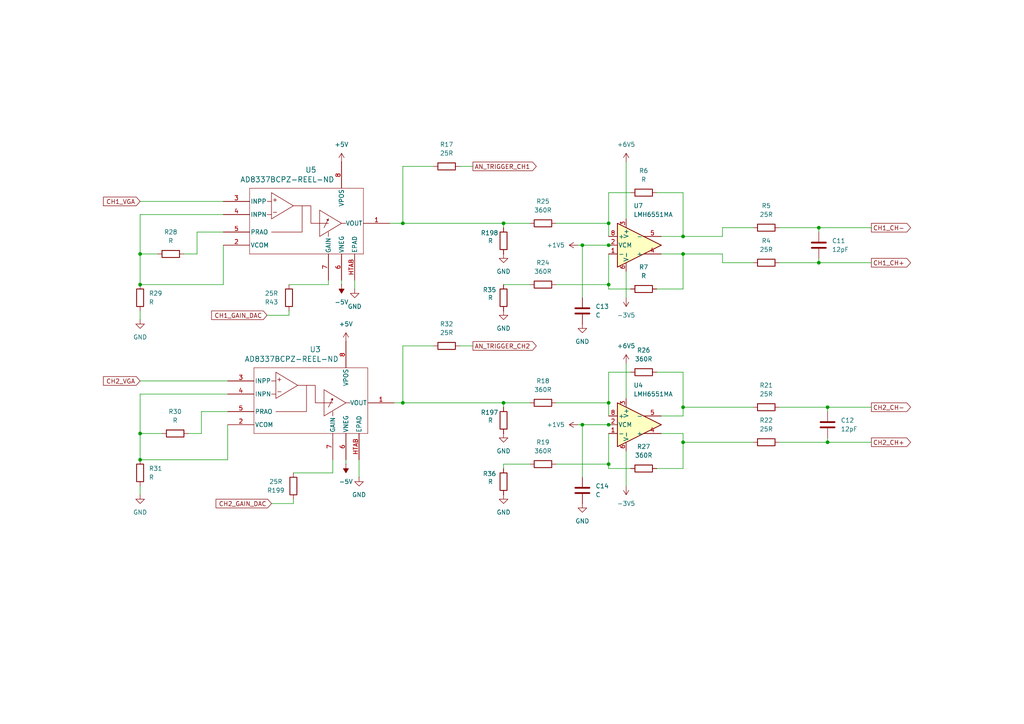
<source format=kicad_sch>
(kicad_sch (version 20250114) (generator "eeschema") (generator_version "9.0")
  (paper "A4")
  (lib_symbols
    (symbol "+2v5:+6V5" (power) (pin_names (offset 0))
      (property "Value" "+6V5" (at 0 3.556 0))
      (symbol "+6V5_0_1"
        (polyline (pts (xy -0.762 1.27) (xy 0 2.54)))
        (polyline (pts (xy 0 2.54) (xy 0.762 1.27)))
        (polyline (pts (xy 0 0) (xy 0 2.54)))
      )
      (symbol "+6V5_1_1"
        (pin power_in line (at 0 0 90) (length 0) (hide yes) (name "+2V5") (number "1"))
      )
    )
    (symbol "+2v5:-3V5" (power) (pin_names (offset 0))
      (property "Value" "-3V5" (at 0 3.556 0))
      (symbol "-3V5_0_1"
        (polyline (pts (xy -0.762 1.27) (xy 0 2.54)))
        (polyline (pts (xy 0 2.54) (xy 0.762 1.27)))
        (polyline (pts (xy 0 0) (xy 0 2.54)))
      )
      (symbol "-3V5_1_1"
        (pin power_in line (at 0 0 90) (length 0) (hide yes) (name "+2V5") (number "1"))
      )
    )
    (symbol "AD8337BCPZ-REEL-ND_1" (pin_names (offset 0.254))
      (property "Reference" "U5" (at 0 15.494 0))
      (property "Value" "AD8337BCPZ-REEL-ND" (at -6.858 12.7 0))
      (symbol "AD8337BCPZ-REEL-ND_1_0_1"
        (polyline (pts (xy -17.78 10.16) (xy -17.78 -8.89)) (stroke (width 0.127)))
        (polyline (pts (xy -17.78 -8.89) (xy 15.24 -8.89)) (stroke (width 0.127)))
        (polyline (pts (xy 15.24 10.16) (xy -17.78 10.16)) (stroke (width 0.127)))
        (polyline (pts (xy 15.24 -8.89) (xy 15.24 10.16)) (stroke (width 0.127)))
        (pin input line (at -25.4 6.35 0) (length 7.62) (name "INPP") (number "3"))
        (pin input line (at -25.4 2.54 0) (length 7.62) (name "INPN") (number "4"))
        (pin output line (at -25.4 -2.54 0) (length 7.62) (name "PRAO") (number "5"))
        (pin power_in line (at -25.4 -6.35 0) (length 7.62) (name "VCOM") (number "2"))
        (pin input line (at 5.08 -16.51 90) (length 7.62) (name "GAIN") (number "7"))
        (pin power_in line (at 8.89 17.78 270) (length 7.62) (name "VPOS") (number "8"))
        (pin power_in line (at 8.89 -16.51 90) (length 7.62) (name "VNEG") (number "6"))
        (pin unspecified line (at 12.7 -16.51 90) (length 7.62) (name "EPAD") (number "HTAB"))
        (pin output line (at 22.86 0 180) (length 7.62) (name "VOUT") (number "1"))
      )
      (symbol "AD8337BCPZ-REEL-ND_1_1_1"
        (polyline (pts (xy -17.78 -2.54) (xy -17.78 -2.54)))
        (polyline (pts (xy -11.43 8.89) (xy -11.43 1.27) (xy -5.08 5.08) (xy -11.43 8.89)))
        (polyline (pts (xy -11.43 6.35) (xy -12.7 6.35)))
        (polyline (pts (xy -11.43 2.54) (xy -12.7 2.54)))
        (polyline (pts (xy -2.54 5.08) (xy -2.54 -2.54) (xy -11.43 -2.54)))
        (polyline (pts (xy 2.54 3.81) (xy 2.54 -3.81) (xy 8.89 0) (xy 2.54 3.81)))
        (polyline (pts (xy 3.81 -1.27) (xy 5.08 1.27)))
        (polyline (pts (xy 5.08 0.762) (xy 5.08 1.27) (xy 4.572 1.016) (xy 5.08 0.762)) (fill (type color)))
        (polyline (pts (xy 5.08 0) (xy 0 0) (xy 0 5.08) (xy -5.08 5.08)))
        (polyline (pts (xy 5.08 -2.54) (xy 5.08 -3.81)))
        (polyline (pts (xy 10.16 0) (xy 8.89 0)))
        (text "+" (at -10.414 6.858 0) (effects (font (size 1.27 1.27))))
        (text "-" (at -10.414 3.302 0) (effects (font (size 1.27 1.27))))
      )
    )
    (symbol "Amplifier_Operational:LMH6551MA" (pin_names (offset 0.254))
      (property "Reference" "U" (at 3.81 6.35 0))
      (property "Value" "LMH6551MA" (at 3.81 -5.08 0))
      (symbol "LMH6551MA_0_1"
        (circle (center 2.54 2.54) (radius 0.0001))
        (polyline (pts (xy 7.62 0) (xy -5.08 6.35) (xy -5.08 -6.35) (xy 7.62 0)) (stroke (width 0.254)) (fill (type background)))
      )
      (symbol "LMH6551MA_1_1"
        (pin input line (at -7.62 2.54 0) (length 2.54) (name "+") (number "8"))
        (pin input line (at -7.62 0 0) (length 2.54) (name "VCM") (number "2"))
        (pin input line (at -7.62 -2.54 0) (length 2.54) (name "-") (number "1"))
        (pin power_in line (at -2.54 7.62 270) (length 2.54) (name "V+") (number "3"))
        (pin power_in line (at -2.54 -7.62 90) (length 2.54) (name "V-") (number "6"))
        (pin no_connect line (at 5.08 0 180) (length 2.54) (hide yes) (name "NC") (number "7"))
        (pin output line (at 7.62 2.54 180) (length 5.08) (name "-") (number "5"))
        (pin output line (at 7.62 -2.54 180) (length 5.08) (name "+") (number "4"))
      )
    )
    (symbol "Device:C" (pin_numbers (hide yes)) (pin_names (offset 0.254))
      (property "Reference" "C" (at 0.635 2.54 0))
      (property "Value" "C" (at 0.635 -2.54 0))
      (symbol "C_0_1"
        (polyline (pts (xy -2.032 0.762) (xy 2.032 0.762)) (stroke (width 0.508)))
        (polyline (pts (xy -2.032 -0.762) (xy 2.032 -0.762)) (stroke (width 0.508)))
      )
      (symbol "C_1_1"
        (pin passive line (at 0 3.81 270) (length 2.794) (name "~") (number "1"))
        (pin passive line (at 0 -3.81 90) (length 2.794) (name "~") (number "2"))
      )
    )
    (symbol "Device:R" (pin_numbers (hide yes)) (pin_names (offset 0))
      (property "Reference" "R" (at 2.032 0 90))
      (property "Value" "R" (at 0 0 90))
      (symbol "R_0_1"
        (rectangle (start -1.016 -2.54) (end 1.016 2.54) (stroke (width 0.254)))
      )
      (symbol "R_1_1"
        (pin passive line (at 0 3.81 270) (length 1.27) (name "~") (number "1"))
        (pin passive line (at 0 -3.81 90) (length 1.27) (name "~") (number "2"))
      )
    )
    (symbol "power:+1V5" (power) (pin_numbers (hide yes)) (pin_names (offset 0) (hide yes))
      (property "Value" "+1V5" (at 0 3.556 0))
      (symbol "+1V5_0_1"
        (polyline (pts (xy -0.762 1.27) (xy 0 2.54)))
        (polyline (pts (xy 0 2.54) (xy 0.762 1.27)))
        (polyline (pts (xy 0 0) (xy 0 2.54)))
      )
      (symbol "+1V5_1_1"
        (pin power_in line (at 0 0 90) (length 0) (name "~") (number "1"))
      )
    )
    (symbol "power:+5V" (power) (pin_numbers (hide yes)) (pin_names (offset 0) (hide yes))
      (property "Value" "+5V" (at 0 3.556 0))
      (symbol "+5V_0_1"
        (polyline (pts (xy -0.762 1.27) (xy 0 2.54)))
        (polyline (pts (xy 0 2.54) (xy 0.762 1.27)))
        (polyline (pts (xy 0 0) (xy 0 2.54)))
      )
      (symbol "+5V_1_1"
        (pin power_in line (at 0 0 90) (length 0) (name "~") (number "1"))
      )
    )
    (symbol "power:-5V" (power) (pin_numbers (hide yes)) (pin_names (offset 0) (hide yes))
      (property "Value" "-5V" (at 0 3.556 0))
      (symbol "-5V_0_0"
        (pin power_in line (at 0 0 90) (length 0) (name "~") (number "1"))
      )
      (symbol "-5V_0_1"
        (polyline (pts (xy 0 0) (xy 0 1.27) (xy 0.762 1.27) (xy 0 2.54) (xy -0.762 1.27) (xy 0 1.27)) (fill (type outline)))
      )
    )
    (symbol "power:GND" (power) (pin_numbers (hide yes)) (pin_names (offset 0) (hide yes))
      (property "Value" "GND" (at 0 -3.81 0))
      (symbol "GND_0_1"
        (polyline (pts (xy 0 0) (xy 0 -1.27) (xy 1.27 -1.27) (xy 0 -2.54) (xy -1.27 -1.27) (xy 0 -1.27)))
      )
      (symbol "GND_1_1"
        (pin power_in line (at 0 0 270) (length 0) (name "~") (number "1"))
      )
    )
  )
  (junction (at 168.91 71.12))
  (junction (at 40.64 125.73))
  (junction (at 116.84 116.84))
  (junction (at 40.64 82.55))
  (junction (at 240.03 128.27))
  (junction (at 146.05 64.77))
  (junction (at 116.84 64.77))
  (junction (at 176.53 134.62))
  (junction (at 176.53 116.84))
  (junction (at 240.03 118.11))
  (junction (at 40.64 133.35))
  (junction (at 176.53 64.77))
  (junction (at 176.53 82.55))
  (junction (at 176.53 123.19))
  (junction (at 198.12 68.58))
  (junction (at 198.12 128.27))
  (junction (at 198.12 73.66))
  (junction (at 237.49 66.04))
  (junction (at 40.64 73.66))
  (junction (at 237.49 76.2))
  (junction (at 176.53 71.12))
  (junction (at 198.12 118.11))
  (junction (at 146.05 116.84))
  (junction (at 168.91 123.19))
  (wire (pts (xy 190.5 107.95) (xy 198.12 107.95)))
  (wire (pts (xy 114.3 116.84) (xy 116.84 116.84)))
  (wire (pts (xy 168.91 71.12) (xy 168.91 86.36)))
  (wire (pts (xy 116.84 116.84) (xy 146.05 116.84)))
  (wire (pts (xy 181.61 46.99) (xy 181.61 63.5)))
  (wire (pts (xy 40.64 110.49) (xy 66.04 110.49)))
  (wire (pts (xy 167.64 123.19) (xy 168.91 123.19)))
  (wire (pts (xy 198.12 68.58) (xy 209.55 68.58)))
  (wire (pts (xy 104.14 133.35) (xy 104.14 138.43)))
  (wire (pts (xy 240.03 118.11) (xy 252.73 118.11)))
  (wire (pts (xy 168.91 123.19) (xy 168.91 138.43)))
  (wire (pts (xy 190.5 55.88) (xy 198.12 55.88)))
  (wire (pts (xy 167.64 71.12) (xy 168.91 71.12)))
  (wire (pts (xy 181.61 78.74) (xy 181.61 86.36)))
  (wire (pts (xy 237.49 76.2) (xy 237.49 74.93)))
  (wire (pts (xy 46.99 125.73) (xy 40.64 125.73)))
  (wire (pts (xy 116.84 64.77) (xy 146.05 64.77)))
  (wire (pts (xy 40.64 114.3) (xy 40.64 125.73)))
  (wire (pts (xy 181.61 130.81) (xy 181.61 140.97)))
  (wire (pts (xy 237.49 66.04) (xy 252.73 66.04)))
  (wire (pts (xy 176.53 82.55) (xy 176.53 83.82)))
  (wire (pts (xy 133.35 100.33) (xy 137.16 100.33)))
  (wire (pts (xy 209.55 66.04) (xy 218.44 66.04)))
  (wire (pts (xy 226.06 128.27) (xy 240.03 128.27)))
  (wire (pts (xy 240.03 118.11) (xy 240.03 119.38)))
  (wire (pts (xy 198.12 73.66) (xy 198.12 83.82)))
  (wire (pts (xy 66.04 133.35) (xy 40.64 133.35)))
  (wire (pts (xy 198.12 128.27) (xy 218.44 128.27)))
  (wire (pts (xy 99.06 81.28) (xy 99.06 82.55)))
  (wire (pts (xy 176.53 64.77) (xy 176.53 55.88)))
  (wire (pts (xy 176.53 123.19) (xy 177.8 123.19)))
  (wire (pts (xy 125.73 48.26) (xy 116.84 48.26)))
  (wire (pts (xy 64.77 62.23) (xy 40.64 62.23)))
  (wire (pts (xy 40.64 73.66) (xy 40.64 82.55)))
  (wire (pts (xy 161.29 64.77) (xy 176.53 64.77)))
  (wire (pts (xy 64.77 82.55) (xy 40.64 82.55)))
  (wire (pts (xy 176.53 73.66) (xy 176.53 82.55)))
  (wire (pts (xy 226.06 76.2) (xy 237.49 76.2)))
  (wire (pts (xy 66.04 114.3) (xy 40.64 114.3)))
  (wire (pts (xy 85.09 144.78) (xy 85.09 146.05)))
  (wire (pts (xy 237.49 66.04) (xy 226.06 66.04)))
  (wire (pts (xy 176.53 71.12) (xy 168.91 71.12)))
  (wire (pts (xy 198.12 118.11) (xy 198.12 120.65)))
  (wire (pts (xy 191.77 125.73) (xy 198.12 125.73)))
  (wire (pts (xy 146.05 64.77) (xy 153.67 64.77)))
  (wire (pts (xy 40.64 58.42) (xy 64.77 58.42)))
  (wire (pts (xy 176.53 55.88) (xy 182.88 55.88)))
  (wire (pts (xy 176.53 134.62) (xy 176.53 135.89)))
  (wire (pts (xy 40.64 62.23) (xy 40.64 73.66)))
  (wire (pts (xy 96.52 133.35) (xy 96.52 137.16)))
  (wire (pts (xy 191.77 68.58) (xy 198.12 68.58)))
  (wire (pts (xy 85.09 146.05) (xy 78.74 146.05)))
  (wire (pts (xy 198.12 55.88) (xy 198.12 68.58)))
  (wire (pts (xy 191.77 73.66) (xy 198.12 73.66)))
  (wire (pts (xy 240.03 128.27) (xy 240.03 127)))
  (wire (pts (xy 182.88 135.89) (xy 176.53 135.89)))
  (wire (pts (xy 209.55 76.2) (xy 209.55 73.66)))
  (wire (pts (xy 240.03 128.27) (xy 252.73 128.27)))
  (wire (pts (xy 237.49 76.2) (xy 252.73 76.2)))
  (wire (pts (xy 53.34 73.66) (xy 57.15 73.66)))
  (wire (pts (xy 176.53 107.95) (xy 182.88 107.95)))
  (wire (pts (xy 146.05 116.84) (xy 153.67 116.84)))
  (wire (pts (xy 146.05 134.62) (xy 153.67 134.62)))
  (wire (pts (xy 181.61 105.41) (xy 181.61 115.57)))
  (wire (pts (xy 40.64 125.73) (xy 40.64 133.35)))
  (wire (pts (xy 133.35 48.26) (xy 137.16 48.26)))
  (wire (pts (xy 182.88 83.82) (xy 176.53 83.82)))
  (wire (pts (xy 83.82 90.17) (xy 83.82 91.44)))
  (wire (pts (xy 146.05 82.55) (xy 153.67 82.55)))
  (wire (pts (xy 54.61 125.73) (xy 58.42 125.73)))
  (wire (pts (xy 176.53 123.19) (xy 168.91 123.19)))
  (wire (pts (xy 66.04 123.19) (xy 66.04 133.35)))
  (wire (pts (xy 102.87 81.28) (xy 102.87 83.82)))
  (wire (pts (xy 116.84 48.26) (xy 116.84 64.77)))
  (wire (pts (xy 176.53 116.84) (xy 176.53 107.95)))
  (wire (pts (xy 116.84 100.33) (xy 116.84 116.84)))
  (wire (pts (xy 176.53 71.12) (xy 177.8 71.12)))
  (wire (pts (xy 198.12 128.27) (xy 198.12 135.89)))
  (wire (pts (xy 226.06 118.11) (xy 240.03 118.11)))
  (wire (pts (xy 57.15 67.31) (xy 64.77 67.31)))
  (wire (pts (xy 58.42 119.38) (xy 66.04 119.38)))
  (wire (pts (xy 198.12 83.82) (xy 190.5 83.82)))
  (wire (pts (xy 146.05 66.04) (xy 146.05 64.77)))
  (wire (pts (xy 83.82 82.55) (xy 95.25 82.55)))
  (wire (pts (xy 161.29 116.84) (xy 176.53 116.84)))
  (wire (pts (xy 209.55 76.2) (xy 218.44 76.2)))
  (wire (pts (xy 191.77 120.65) (xy 198.12 120.65)))
  (wire (pts (xy 40.64 143.51) (xy 40.64 140.97)))
  (wire (pts (xy 57.15 73.66) (xy 57.15 67.31)))
  (wire (pts (xy 176.53 68.58) (xy 176.53 64.77)))
  (wire (pts (xy 198.12 118.11) (xy 218.44 118.11)))
  (wire (pts (xy 100.33 133.35) (xy 100.33 134.62)))
  (wire (pts (xy 45.72 73.66) (xy 40.64 73.66)))
  (wire (pts (xy 198.12 135.89) (xy 190.5 135.89)))
  (wire (pts (xy 146.05 118.11) (xy 146.05 116.84)))
  (wire (pts (xy 58.42 125.73) (xy 58.42 119.38)))
  (wire (pts (xy 85.09 137.16) (xy 96.52 137.16)))
  (wire (pts (xy 161.29 82.55) (xy 176.53 82.55)))
  (wire (pts (xy 198.12 107.95) (xy 198.12 118.11)))
  (wire (pts (xy 113.03 64.77) (xy 116.84 64.77)))
  (wire (pts (xy 237.49 66.04) (xy 237.49 67.31)))
  (wire (pts (xy 125.73 100.33) (xy 116.84 100.33)))
  (wire (pts (xy 95.25 82.55) (xy 95.25 81.28)))
  (wire (pts (xy 64.77 71.12) (xy 64.77 82.55)))
  (wire (pts (xy 209.55 68.58) (xy 209.55 66.04)))
  (wire (pts (xy 146.05 135.89) (xy 146.05 134.62)))
  (wire (pts (xy 40.64 92.71) (xy 40.64 90.17)))
  (wire (pts (xy 176.53 125.73) (xy 176.53 134.62)))
  (wire (pts (xy 198.12 73.66) (xy 209.55 73.66)))
  (wire (pts (xy 198.12 128.27) (xy 198.12 125.73)))
  (wire (pts (xy 176.53 120.65) (xy 176.53 116.84)))
  (wire (pts (xy 161.29 134.62) (xy 176.53 134.62)))
  (wire (pts (xy 83.82 91.44) (xy 77.47 91.44)))
  (global_label "CH1_CH-" (shape output) (at 252.73 66.04 0) (property "Intersheetrefs" "${INTERSHEET_REFS}" (effects (hide yes))))
  (global_label "CH1_CH+" (shape output) (at 252.73 76.2 0) (property "Intersheetrefs" "${INTERSHEET_REFS}" (effects (hide yes))))
  (global_label "AN_TRIGGER_CH1" (shape output) (at 137.16 48.26 0) (property "Intersheetrefs" "${INTERSHEET_REFS}" (effects (hide yes))))
  (global_label "CH2_GAIN_DAC" (shape input) (at 78.74 146.05 180) (property "Intersheetrefs" "${INTERSHEET_REFS}" (effects (hide yes))))
  (global_label "CH1_GAIN_DAC" (shape input) (at 77.47 91.44 180) (property "Intersheetrefs" "${INTERSHEET_REFS}" (effects (hide yes))))
  (global_label "CH1_VGA" (shape input) (at 40.64 58.42 180) (property "Intersheetrefs" "${INTERSHEET_REFS}" (effects (hide yes))))
  (global_label "CH2_VGA" (shape input) (at 40.64 110.49 180) (property "Intersheetrefs" "${INTERSHEET_REFS}" (effects (hide yes))))
  (global_label "AN_TRIGGER_CH2" (shape output) (at 137.16 100.33 0) (property "Intersheetrefs" "${INTERSHEET_REFS}" (effects (hide yes))))
  (global_label "CH2_CH-" (shape output) (at 252.73 118.11 0) (property "Intersheetrefs" "${INTERSHEET_REFS}" (effects (hide yes))))
  (global_label "CH2_CH+" (shape output) (at 252.73 128.27 0) (property "Intersheetrefs" "${INTERSHEET_REFS}" (effects (hide yes))))
  (symbol (lib_name "AD8337BCPZ-REEL-ND_1") (lib_id "2025-07-13_23-24-37:AD8337BCPZ-REEL-ND") (at 90.17 64.77 0) (unit 1)
    (property "Reference" "U5" (at 90.17 49.276 0) (effects (font (size 1.524 1.524))))
    (property "Value" "AD8337BCPZ-REEL-ND" (at 83.312 52.07 0) (effects (font (size 1.524 1.524))))
    (property "Footprint" "CP_8_2_ADI" (effects (hide yes)))
    (property "Datasheet" "AD8337BCPZ-REEL-ND" (effects (hide yes)))
  )
  (symbol (lib_id "Device:R") (at 186.69 135.89 270) (mirror x) (unit 1)
    (property "Reference" "R27" (at 186.69 129.54 90))
    (property "Value" "360R" (at 186.69 132.08 90))
    (property "Description" "Resistor" (effects (hide yes)))
  )
  (symbol (lib_id "power:+5V") (at 100.33 99.06 0) (unit 1)
    (property "Reference" "#PWR020" (effects (hide yes)))
    (property "Value" "+5V" (at 100.33 93.98 0))
    (property "Description" "Power symbol creates a global label with name \"+5V\"" (effects (hide yes)))
  )
  (symbol (lib_id "power:GND") (at 168.91 146.05 0) (unit 1)
    (property "Reference" "#PWR08" (effects (hide yes)))
    (property "Value" "GND" (at 168.91 151.13 0))
    (property "Description" "Power symbol creates a global label with name \"GND\" , ground" (effects (hide yes)))
  )
  (symbol (lib_id "Device:R") (at 157.48 134.62 270) (mirror x) (unit 1)
    (property "Reference" "R19" (at 157.48 128.27 90))
    (property "Value" "360R" (at 157.48 130.81 90))
    (property "Description" "Resistor" (effects (hide yes)))
  )
  (symbol (lib_id "Device:C") (at 168.91 142.24 0) (unit 1)
    (property "Reference" "C14" (at 172.72 140.9699 0) (effects (justify left)))
    (property "Value" "C" (at 172.72 143.5099 0) (effects (justify left)))
    (property "Description" "Unpolarized capacitor" (effects (hide yes)))
  )
  (symbol (lib_id "Device:R") (at 222.25 66.04 270) (mirror x) (unit 1)
    (property "Reference" "R5" (at 222.25 59.69 90))
    (property "Value" "25R" (at 222.25 62.23 90))
    (property "Footprint" "Resistor_SMD:R_0402_1005Metric_Pad0.72x0.64mm_HandSolder" (effects (hide yes)))
    (property "Description" "Resistor" (effects (hide yes)))
  )
  (symbol (lib_id "power:+1V5") (at 167.64 123.19 90) (unit 1)
    (property "Reference" "#PWR063" (effects (hide yes)))
    (property "Value" "+1V5" (at 163.83 123.1899 90) (effects (justify left)))
    (property "Description" "Power symbol creates a global label with name \"+1V5\"" (effects (hide yes)))
  )
  (symbol (lib_id "power:GND") (at 104.14 138.43 0) (unit 1)
    (property "Reference" "#PWR012" (effects (hide yes)))
    (property "Value" "GND" (at 104.14 143.51 0))
    (property "Description" "Power symbol creates a global label with name \"GND\" , ground" (effects (hide yes)))
  )
  (symbol (lib_id "Device:R") (at 157.48 116.84 270) (mirror x) (unit 1)
    (property "Reference" "R18" (at 157.48 110.49 90))
    (property "Value" "360R" (at 157.48 113.03 90))
    (property "Description" "Resistor" (effects (hide yes)))
  )
  (symbol (lib_id "Device:R") (at 157.48 82.55 270) (mirror x) (unit 1)
    (property "Reference" "R24" (at 157.48 76.2 90))
    (property "Value" "360R" (at 157.48 78.74 90))
    (property "Description" "Resistor" (effects (hide yes)))
  )
  (symbol (lib_id "+2v5:-3V5") (at 181.61 140.97 180) (unit 1)
    (property "Reference" "#PWR022" (effects (hide yes)))
    (property "Value" "-3V5" (at 181.61 146.05 0))
    (property "Description" "Power symbol creates a global label with name \"-3v5\"" (effects (hide yes)))
  )
  (symbol (lib_id "power:GND") (at 40.64 143.51 0) (unit 1)
    (property "Reference" "#PWR09" (effects (hide yes)))
    (property "Value" "GND" (at 40.64 148.59 0))
    (property "Description" "Power symbol creates a global label with name \"GND\" , ground" (effects (hide yes)))
  )
  (symbol (lib_id "power:GND") (at 146.05 73.66 0) (unit 1)
    (property "Reference" "#PWR0157" (effects (hide yes)))
    (property "Value" "GND" (at 146.05 78.74 0))
    (property "Description" "Power symbol creates a global label with name \"GND\" , ground" (effects (hide yes)))
  )
  (symbol (lib_id "Device:C") (at 237.49 71.12 0) (unit 1)
    (property "Reference" "C11" (at 241.3 69.8499 0) (effects (justify left)))
    (property "Value" "12pF" (at 241.3 72.3899 0) (effects (justify left)))
    (property "Footprint" "Capacitor_SMD:C_0603_1608Metric_Pad1.08x0.95mm_HandSolder" (effects (hide yes)))
    (property "Description" "Unpolarized capacitor" (effects (hide yes)))
  )
  (symbol (lib_id "Device:C") (at 168.91 90.17 0) (unit 1)
    (property "Reference" "C13" (at 172.72 88.8999 0) (effects (justify left)))
    (property "Value" "C" (at 172.72 91.4399 0) (effects (justify left)))
    (property "Description" "Unpolarized capacitor" (effects (hide yes)))
  )
  (symbol (lib_id "power:GND") (at 146.05 143.51 0) (unit 1)
    (property "Reference" "#PWR037" (effects (hide yes)))
    (property "Value" "GND" (at 146.05 148.59 0))
    (property "Description" "Power symbol creates a global label with name \"GND\" , ground" (effects (hide yes)))
  )
  (symbol (lib_id "Device:R") (at 40.64 137.16 0) (unit 1)
    (property "Reference" "R31" (at 43.18 135.8899 0) (effects (justify left)))
    (property "Value" "R" (at 43.18 138.4299 0) (effects (justify left)))
    (property "Description" "Resistor" (effects (hide yes)))
  )
  (symbol (lib_id "Amplifier_Operational:LMH6551MA") (at 184.15 123.19 0) (unit 1)
    (property "Reference" "U4" (at 183.7533 111.76 0) (effects (justify left)))
    (property "Value" "LMH6551MA" (at 183.7533 114.3 0) (effects (justify left)))
    (property "Footprint" "Package_SO:SOIC-8_3.9x4.9mm_P1.27mm" (effects (hide yes)))
    (property "Datasheet" "http://www.ti.com/lit/ds/symlink/lmh6551.pdf" (effects (hide yes)))
    (property "Description" "Differential, High-Speed, Op Amp, SOIC-8" (effects (hide yes)))
  )
  (symbol (lib_id "Device:R") (at 186.69 55.88 270) (mirror x) (unit 1)
    (property "Reference" "R6" (at 186.69 49.53 90))
    (property "Value" "R" (at 186.69 52.07 90))
    (property "Description" "Resistor" (effects (hide yes)))
  )
  (symbol (lib_id "+2v5:+6V5") (at 181.61 46.99 0) (unit 1)
    (property "Reference" "#PWR024" (effects (hide yes)))
    (property "Value" "+6V5" (at 181.61 41.91 0))
    (property "Description" "Power symbol creates a global label with name \"+6V5\"" (effects (hide yes)))
  )
  (symbol (lib_id "Device:R") (at 222.25 76.2 270) (mirror x) (unit 1)
    (property "Reference" "R4" (at 222.25 69.85 90))
    (property "Value" "25R" (at 222.25 72.39 90))
    (property "Footprint" "Resistor_SMD:R_0402_1005Metric_Pad0.72x0.64mm_HandSolder" (effects (hide yes)))
    (property "Description" "Resistor" (effects (hide yes)))
  )
  (symbol (lib_id "Device:R") (at 129.54 48.26 270) (mirror x) (unit 1)
    (property "Reference" "R17" (at 129.54 41.91 90))
    (property "Value" "25R" (at 129.54 44.45 90))
    (property "Footprint" "Resistor_SMD:R_0402_1005Metric_Pad0.72x0.64mm_HandSolder" (effects (hide yes)))
    (property "Description" "Resistor" (effects (hide yes)))
  )
  (symbol (lib_id "power:GND") (at 146.05 125.73 0) (unit 1)
    (property "Reference" "#PWR0156" (effects (hide yes)))
    (property "Value" "GND" (at 146.05 130.81 0))
    (property "Description" "Power symbol creates a global label with name \"GND\" , ground" (effects (hide yes)))
  )
  (symbol (lib_id "Device:R") (at 146.05 69.85 0) (mirror y) (unit 1)
    (property "Reference" "R198" (at 141.986 67.564 0))
    (property "Value" "R" (at 142.24 69.85 0))
    (property "Description" "Resistor" (effects (hide yes)))
  )
  (symbol (lib_id "Device:R") (at 50.8 125.73 90) (unit 1)
    (property "Reference" "R30" (at 50.8 119.38 90))
    (property "Value" "R" (at 50.8 121.92 90))
    (property "Description" "Resistor" (effects (hide yes)))
  )
  (symbol (lib_id "Amplifier_Operational:LMH6551MA") (at 184.15 71.12 0) (unit 1)
    (property "Reference" "U7" (at 183.7533 59.69 0) (effects (justify left)))
    (property "Value" "LMH6551MA" (at 183.7533 62.23 0) (effects (justify left)))
    (property "Footprint" "Package_SO:SOIC-8_3.9x4.9mm_P1.27mm" (effects (hide yes)))
    (property "Datasheet" "http://www.ti.com/lit/ds/symlink/lmh6551.pdf" (effects (hide yes)))
    (property "Description" "Differential, High-Speed, Op Amp, SOIC-8" (effects (hide yes)))
  )
  (symbol (lib_id "power:+5V") (at 99.06 46.99 0) (unit 1)
    (property "Reference" "#PWR019" (effects (hide yes)))
    (property "Value" "+5V" (at 99.06 41.91 0))
    (property "Description" "Power symbol creates a global label with name \"+5V\"" (effects (hide yes)))
  )
  (symbol (lib_id "Device:R") (at 222.25 128.27 270) (mirror x) (unit 1)
    (property "Reference" "R22" (at 222.25 121.92 90))
    (property "Value" "25R" (at 222.25 124.46 90))
    (property "Footprint" "Resistor_SMD:R_0402_1005Metric_Pad0.72x0.64mm_HandSolder" (effects (hide yes)))
    (property "Description" "Resistor" (effects (hide yes)))
  )
  (symbol (lib_id "power:GND") (at 102.87 83.82 0) (unit 1)
    (property "Reference" "#PWR011" (effects (hide yes)))
    (property "Value" "GND" (at 102.87 88.9 0))
    (property "Description" "Power symbol creates a global label with name \"GND\" , ground" (effects (hide yes)))
  )
  (symbol (lib_id "Device:R") (at 83.82 86.36 0) (mirror y) (unit 1)
    (property "Reference" "R43" (at 78.74 87.63 0))
    (property "Value" "25R" (at 78.74 85.09 0))
    (property "Footprint" "Resistor_SMD:R_0402_1005Metric_Pad0.72x0.64mm_HandSolder" (effects (hide yes)))
    (property "Description" "Resistor" (effects (hide yes)))
  )
  (symbol (lib_id "power:GND") (at 146.05 90.17 0) (unit 1)
    (property "Reference" "#PWR036" (effects (hide yes)))
    (property "Value" "GND" (at 146.05 95.25 0))
    (property "Description" "Power symbol creates a global label with name \"GND\" , ground" (effects (hide yes)))
  )
  (symbol (lib_name "AD8337BCPZ-REEL-ND_1") (lib_id "2025-07-13_23-24-37:AD8337BCPZ-REEL-ND") (at 91.44 116.84 0) (unit 1)
    (property "Reference" "U3" (at 91.44 101.346 0) (effects (font (size 1.524 1.524))))
    (property "Value" "AD8337BCPZ-REEL-ND" (at 84.582 104.14 0) (effects (font (size 1.524 1.524))))
    (property "Footprint" "CP_8_2_ADI" (effects (hide yes)))
    (property "Datasheet" "AD8337BCPZ-REEL-ND" (effects (hide yes)))
  )
  (symbol (lib_id "+2v5:-3V5") (at 181.61 86.36 180) (unit 1)
    (property "Reference" "#PWR021" (effects (hide yes)))
    (property "Value" "-3V5" (at 181.61 91.44 0))
    (property "Description" "Power symbol creates a global label with name \"-3v5\"" (effects (hide yes)))
  )
  (symbol (lib_id "power:GND") (at 40.64 92.71 0) (unit 1)
    (property "Reference" "#PWR010" (effects (hide yes)))
    (property "Value" "GND" (at 40.64 97.79 0))
    (property "Description" "Power symbol creates a global label with name \"GND\" , ground" (effects (hide yes)))
  )
  (symbol (lib_id "Device:R") (at 157.48 64.77 270) (mirror x) (unit 1)
    (property "Reference" "R25" (at 157.48 58.42 90))
    (property "Value" "360R" (at 157.48 60.96 90))
    (property "Description" "Resistor" (effects (hide yes)))
  )
  (symbol (lib_id "Device:R") (at 49.53 73.66 90) (unit 1)
    (property "Reference" "R28" (at 49.53 67.31 90))
    (property "Value" "R" (at 49.53 69.85 90))
    (property "Description" "Resistor" (effects (hide yes)))
  )
  (symbol (lib_id "Device:R") (at 40.64 86.36 0) (unit 1)
    (property "Reference" "R29" (at 43.18 85.0899 0) (effects (justify left)))
    (property "Value" "R" (at 43.18 87.6299 0) (effects (justify left)))
    (property "Description" "Resistor" (effects (hide yes)))
  )
  (symbol (lib_id "Device:C") (at 240.03 123.19 0) (unit 1)
    (property "Reference" "C12" (at 243.84 121.9199 0) (effects (justify left)))
    (property "Value" "12pF" (at 243.84 124.4599 0) (effects (justify left)))
    (property "Footprint" "Capacitor_SMD:C_0603_1608Metric_Pad1.08x0.95mm_HandSolder" (effects (hide yes)))
    (property "Description" "Unpolarized capacitor" (effects (hide yes)))
  )
  (symbol (lib_id "power:-5V") (at 99.06 82.55 180) (unit 1)
    (property "Reference" "#PWR017" (effects (hide yes)))
    (property "Value" "-5V" (at 99.06 87.63 0))
    (property "Description" "Power symbol creates a global label with name \"-5V\"" (effects (hide yes)))
  )
  (symbol (lib_id "Device:R") (at 222.25 118.11 270) (mirror x) (unit 1)
    (property "Reference" "R21" (at 222.25 111.76 90))
    (property "Value" "25R" (at 222.25 114.3 90))
    (property "Footprint" "Resistor_SMD:R_0402_1005Metric_Pad0.72x0.64mm_HandSolder" (effects (hide yes)))
    (property "Description" "Resistor" (effects (hide yes)))
  )
  (symbol (lib_id "power:+1V5") (at 167.64 71.12 90) (unit 1)
    (property "Reference" "#PWR062" (effects (hide yes)))
    (property "Value" "+1V5" (at 163.83 71.1199 90) (effects (justify left)))
    (property "Description" "Power symbol creates a global label with name \"+1V5\"" (effects (hide yes)))
  )
  (symbol (lib_id "Device:R") (at 146.05 139.7 0) (mirror y) (unit 1)
    (property "Reference" "R36" (at 141.986 137.414 0))
    (property "Value" "R" (at 142.24 139.7 0))
    (property "Description" "Resistor" (effects (hide yes)))
  )
  (symbol (lib_id "Device:R") (at 85.09 140.97 0) (mirror y) (unit 1)
    (property "Reference" "R199" (at 80.01 142.24 0))
    (property "Value" "25R" (at 80.01 139.7 0))
    (property "Footprint" "Resistor_SMD:R_0402_1005Metric_Pad0.72x0.64mm_HandSolder" (effects (hide yes)))
    (property "Description" "Resistor" (effects (hide yes)))
  )
  (symbol (lib_id "Device:R") (at 186.69 83.82 270) (mirror x) (unit 1)
    (property "Reference" "R7" (at 186.69 77.47 90))
    (property "Value" "R" (at 186.69 80.01 90))
    (property "Description" "Resistor" (effects (hide yes)))
  )
  (symbol (lib_id "power:-5V") (at 100.33 134.62 180) (unit 1)
    (property "Reference" "#PWR018" (effects (hide yes)))
    (property "Value" "-5V" (at 100.33 139.7 0))
    (property "Description" "Power symbol creates a global label with name \"-5V\"" (effects (hide yes)))
  )
  (symbol (lib_id "Device:R") (at 146.05 121.92 0) (mirror y) (unit 1)
    (property "Reference" "R197" (at 141.986 119.634 0))
    (property "Value" "R" (at 142.24 121.92 0))
    (property "Description" "Resistor" (effects (hide yes)))
  )
  (symbol (lib_id "+2v5:+6V5") (at 181.61 105.41 0) (unit 1)
    (property "Reference" "#PWR023" (effects (hide yes)))
    (property "Value" "+6V5" (at 181.61 100.33 0))
    (property "Description" "Power symbol creates a global label with name \"+6V5\"" (effects (hide yes)))
  )
  (symbol (lib_id "Device:R") (at 186.69 107.95 270) (mirror x) (unit 1)
    (property "Reference" "R26" (at 186.69 101.6 90))
    (property "Value" "360R" (at 186.69 104.14 90))
    (property "Description" "Resistor" (effects (hide yes)))
  )
  (symbol (lib_id "power:GND") (at 168.91 93.98 0) (unit 1)
    (property "Reference" "#PWR07" (effects (hide yes)))
    (property "Value" "GND" (at 168.91 99.06 0))
    (property "Description" "Power symbol creates a global label with name \"GND\" , ground" (effects (hide yes)))
  )
  (symbol (lib_id "Device:R") (at 129.54 100.33 270) (mirror x) (unit 1)
    (property "Reference" "R32" (at 129.54 93.98 90))
    (property "Value" "25R" (at 129.54 96.52 90))
    (property "Footprint" "Resistor_SMD:R_0402_1005Metric_Pad0.72x0.64mm_HandSolder" (effects (hide yes)))
    (property "Description" "Resistor" (effects (hide yes)))
  )
  (symbol (lib_id "Device:R") (at 146.05 86.36 0) (mirror y) (unit 1)
    (property "Reference" "R35" (at 141.986 84.074 0))
    (property "Value" "R" (at 142.24 86.36 0))
    (property "Description" "Resistor" (effects (hide yes)))
  )
)
</source>
